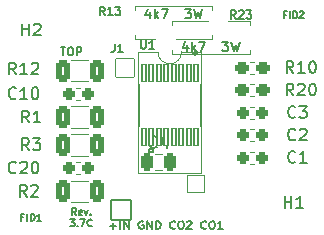
<source format=gbr>
%TF.GenerationSoftware,KiCad,Pcbnew,8.0.2*%
%TF.CreationDate,2024-05-02T20:14:49+02:00*%
%TF.ProjectId,VR-Conditioner-MAX9926+reg,56522d43-6f6e-4646-9974-696f6e65722d,3.7*%
%TF.SameCoordinates,PX68c4118PY713e7a8*%
%TF.FileFunction,Legend,Top*%
%TF.FilePolarity,Positive*%
%FSLAX46Y46*%
G04 Gerber Fmt 4.6, Leading zero omitted, Abs format (unit mm)*
G04 Created by KiCad (PCBNEW 8.0.2) date 2024-05-02 20:14:49*
%MOMM*%
%LPD*%
G01*
G04 APERTURE LIST*
G04 Aperture macros list*
%AMRoundRect*
0 Rectangle with rounded corners*
0 $1 Rounding radius*
0 $2 $3 $4 $5 $6 $7 $8 $9 X,Y pos of 4 corners*
0 Add a 4 corners polygon primitive as box body*
4,1,4,$2,$3,$4,$5,$6,$7,$8,$9,$2,$3,0*
0 Add four circle primitives for the rounded corners*
1,1,$1+$1,$2,$3*
1,1,$1+$1,$4,$5*
1,1,$1+$1,$6,$7*
1,1,$1+$1,$8,$9*
0 Add four rect primitives between the rounded corners*
20,1,$1+$1,$2,$3,$4,$5,0*
20,1,$1+$1,$4,$5,$6,$7,0*
20,1,$1+$1,$6,$7,$8,$9,0*
20,1,$1+$1,$8,$9,$2,$3,0*%
G04 Aperture macros list end*
%ADD10C,0.150000*%
%ADD11C,0.120000*%
%ADD12C,0.152400*%
%ADD13RoundRect,0.244150X0.244150X0.281650X-0.244150X0.281650X-0.244150X-0.281650X0.244150X-0.281650X0*%
%ADD14RoundRect,0.269150X-0.269150X-0.481650X0.269150X-0.481650X0.269150X0.481650X-0.269150X0.481650X0*%
%ADD15RoundRect,0.244150X-0.244150X-0.281650X0.244150X-0.281650X0.244150X0.281650X-0.244150X0.281650X0*%
%ADD16RoundRect,0.272578X-0.340722X-0.653222X0.340722X-0.653222X0.340722X0.653222X-0.340722X0.653222X0*%
%ADD17C,1.000000*%
%ADD18RoundRect,0.050800X-0.800000X-0.800000X0.800000X-0.800000X0.800000X0.800000X-0.800000X0.800000X0*%
%ADD19O,1.701600X1.701600*%
%ADD20RoundRect,0.262900X0.312900X0.262900X-0.312900X0.262900X-0.312900X-0.262900X0.312900X-0.262900X0*%
%ADD21RoundRect,0.050800X-0.177400X0.727449X-0.177400X-0.727449X0.177400X-0.727449X0.177400X0.727449X0*%
%ADD22C,1.701600*%
%ADD23C,2.301600*%
%ADD24RoundRect,0.050800X-0.850000X0.850000X-0.850000X-0.850000X0.850000X-0.850000X0.850000X0.850000X0*%
%ADD25O,1.801600X1.801600*%
%ADD26RoundRect,0.050800X0.750000X-0.750000X0.750000X0.750000X-0.750000X0.750000X-0.750000X-0.750000X0*%
%ADD27C,1.601600*%
G04 APERTURE END LIST*
D10*
X11334999Y21201039D02*
X11334999Y20667705D01*
X11144523Y21505800D02*
X10954046Y20934372D01*
X10954046Y20934372D02*
X11449285Y20934372D01*
X11754047Y20667705D02*
X11754047Y21467705D01*
X11830237Y20972467D02*
X12058809Y20667705D01*
X12058809Y21201039D02*
X11754047Y20896277D01*
X12325475Y21467705D02*
X12858809Y21467705D01*
X12858809Y21467705D02*
X12515951Y20667705D01*
X14306428Y21467705D02*
X14801666Y21467705D01*
X14801666Y21467705D02*
X14535000Y21162943D01*
X14535000Y21162943D02*
X14649285Y21162943D01*
X14649285Y21162943D02*
X14725476Y21124848D01*
X14725476Y21124848D02*
X14763571Y21086753D01*
X14763571Y21086753D02*
X14801666Y21010562D01*
X14801666Y21010562D02*
X14801666Y20820086D01*
X14801666Y20820086D02*
X14763571Y20743896D01*
X14763571Y20743896D02*
X14725476Y20705800D01*
X14725476Y20705800D02*
X14649285Y20667705D01*
X14649285Y20667705D02*
X14420714Y20667705D01*
X14420714Y20667705D02*
X14344523Y20705800D01*
X14344523Y20705800D02*
X14306428Y20743896D01*
X15068333Y21467705D02*
X15258809Y20667705D01*
X15258809Y20667705D02*
X15411190Y21239134D01*
X15411190Y21239134D02*
X15563571Y20667705D01*
X15563571Y20667705D02*
X15754048Y21467705D01*
X14509999Y18421039D02*
X14509999Y17887705D01*
X14319523Y18725800D02*
X14129046Y18154372D01*
X14129046Y18154372D02*
X14624285Y18154372D01*
X14929047Y17887705D02*
X14929047Y18687705D01*
X15005237Y18192467D02*
X15233809Y17887705D01*
X15233809Y18421039D02*
X14929047Y18116277D01*
X15500475Y18687705D02*
X16033809Y18687705D01*
X16033809Y18687705D02*
X15690951Y17887705D01*
X17481428Y18687705D02*
X17976666Y18687705D01*
X17976666Y18687705D02*
X17710000Y18382943D01*
X17710000Y18382943D02*
X17824285Y18382943D01*
X17824285Y18382943D02*
X17900476Y18344848D01*
X17900476Y18344848D02*
X17938571Y18306753D01*
X17938571Y18306753D02*
X17976666Y18230562D01*
X17976666Y18230562D02*
X17976666Y18040086D01*
X17976666Y18040086D02*
X17938571Y17963896D01*
X17938571Y17963896D02*
X17900476Y17925800D01*
X17900476Y17925800D02*
X17824285Y17887705D01*
X17824285Y17887705D02*
X17595714Y17887705D01*
X17595714Y17887705D02*
X17519523Y17925800D01*
X17519523Y17925800D02*
X17481428Y17963896D01*
X18243333Y18687705D02*
X18433809Y17887705D01*
X18433809Y17887705D02*
X18586190Y18459134D01*
X18586190Y18459134D02*
X18738571Y17887705D01*
X18738571Y17887705D02*
X18929048Y18687705D01*
X5072143Y4023212D02*
X4872143Y4308926D01*
X4729286Y4023212D02*
X4729286Y4623212D01*
X4729286Y4623212D02*
X4957857Y4623212D01*
X4957857Y4623212D02*
X5015000Y4594641D01*
X5015000Y4594641D02*
X5043571Y4566069D01*
X5043571Y4566069D02*
X5072143Y4508926D01*
X5072143Y4508926D02*
X5072143Y4423212D01*
X5072143Y4423212D02*
X5043571Y4366069D01*
X5043571Y4366069D02*
X5015000Y4337498D01*
X5015000Y4337498D02*
X4957857Y4308926D01*
X4957857Y4308926D02*
X4729286Y4308926D01*
X5557857Y4051783D02*
X5500714Y4023212D01*
X5500714Y4023212D02*
X5386429Y4023212D01*
X5386429Y4023212D02*
X5329286Y4051783D01*
X5329286Y4051783D02*
X5300714Y4108926D01*
X5300714Y4108926D02*
X5300714Y4337498D01*
X5300714Y4337498D02*
X5329286Y4394641D01*
X5329286Y4394641D02*
X5386429Y4423212D01*
X5386429Y4423212D02*
X5500714Y4423212D01*
X5500714Y4423212D02*
X5557857Y4394641D01*
X5557857Y4394641D02*
X5586429Y4337498D01*
X5586429Y4337498D02*
X5586429Y4280355D01*
X5586429Y4280355D02*
X5300714Y4223212D01*
X5786429Y4423212D02*
X5929286Y4023212D01*
X5929286Y4023212D02*
X6072143Y4423212D01*
X6300715Y4080355D02*
X6329286Y4051783D01*
X6329286Y4051783D02*
X6300715Y4023212D01*
X6300715Y4023212D02*
X6272143Y4051783D01*
X6272143Y4051783D02*
X6300715Y4080355D01*
X6300715Y4080355D02*
X6300715Y4023212D01*
X4586428Y3657246D02*
X4957856Y3657246D01*
X4957856Y3657246D02*
X4757856Y3428675D01*
X4757856Y3428675D02*
X4843571Y3428675D01*
X4843571Y3428675D02*
X4900714Y3400103D01*
X4900714Y3400103D02*
X4929285Y3371532D01*
X4929285Y3371532D02*
X4957856Y3314389D01*
X4957856Y3314389D02*
X4957856Y3171532D01*
X4957856Y3171532D02*
X4929285Y3114389D01*
X4929285Y3114389D02*
X4900714Y3085817D01*
X4900714Y3085817D02*
X4843571Y3057246D01*
X4843571Y3057246D02*
X4672142Y3057246D01*
X4672142Y3057246D02*
X4614999Y3085817D01*
X4614999Y3085817D02*
X4586428Y3114389D01*
X5215000Y3114389D02*
X5243571Y3085817D01*
X5243571Y3085817D02*
X5215000Y3057246D01*
X5215000Y3057246D02*
X5186428Y3085817D01*
X5186428Y3085817D02*
X5215000Y3114389D01*
X5215000Y3114389D02*
X5215000Y3057246D01*
X5443571Y3657246D02*
X5843571Y3657246D01*
X5843571Y3657246D02*
X5586428Y3057246D01*
X6415000Y3114389D02*
X6386428Y3085817D01*
X6386428Y3085817D02*
X6300714Y3057246D01*
X6300714Y3057246D02*
X6243571Y3057246D01*
X6243571Y3057246D02*
X6157857Y3085817D01*
X6157857Y3085817D02*
X6100714Y3142960D01*
X6100714Y3142960D02*
X6072143Y3200103D01*
X6072143Y3200103D02*
X6043571Y3314389D01*
X6043571Y3314389D02*
X6043571Y3400103D01*
X6043571Y3400103D02*
X6072143Y3514389D01*
X6072143Y3514389D02*
X6100714Y3571532D01*
X6100714Y3571532D02*
X6157857Y3628675D01*
X6157857Y3628675D02*
X6243571Y3657246D01*
X6243571Y3657246D02*
X6300714Y3657246D01*
X6300714Y3657246D02*
X6386428Y3628675D01*
X6386428Y3628675D02*
X6415000Y3600103D01*
X3768333Y18233967D02*
X4168333Y18233967D01*
X3968333Y17533967D02*
X3968333Y18233967D01*
X4535000Y18233967D02*
X4668333Y18233967D01*
X4668333Y18233967D02*
X4735000Y18200634D01*
X4735000Y18200634D02*
X4801666Y18133967D01*
X4801666Y18133967D02*
X4835000Y18000634D01*
X4835000Y18000634D02*
X4835000Y17767300D01*
X4835000Y17767300D02*
X4801666Y17633967D01*
X4801666Y17633967D02*
X4735000Y17567300D01*
X4735000Y17567300D02*
X4668333Y17533967D01*
X4668333Y17533967D02*
X4535000Y17533967D01*
X4535000Y17533967D02*
X4468333Y17567300D01*
X4468333Y17567300D02*
X4401666Y17633967D01*
X4401666Y17633967D02*
X4368333Y17767300D01*
X4368333Y17767300D02*
X4368333Y18000634D01*
X4368333Y18000634D02*
X4401666Y18133967D01*
X4401666Y18133967D02*
X4468333Y18200634D01*
X4468333Y18200634D02*
X4535000Y18233967D01*
X5134999Y17533967D02*
X5134999Y18233967D01*
X5134999Y18233967D02*
X5401666Y18233967D01*
X5401666Y18233967D02*
X5468333Y18200634D01*
X5468333Y18200634D02*
X5501666Y18167300D01*
X5501666Y18167300D02*
X5534999Y18100634D01*
X5534999Y18100634D02*
X5534999Y18000634D01*
X5534999Y18000634D02*
X5501666Y17933967D01*
X5501666Y17933967D02*
X5468333Y17900634D01*
X5468333Y17900634D02*
X5401666Y17867300D01*
X5401666Y17867300D02*
X5134999Y17867300D01*
X7933334Y3108800D02*
X8466668Y3108800D01*
X8200001Y2880229D02*
X8200001Y3337372D01*
X8800001Y2880229D02*
X8800001Y3480229D01*
X9133334Y2880229D02*
X9133334Y3480229D01*
X9133334Y3480229D02*
X9533334Y2880229D01*
X9533334Y2880229D02*
X9533334Y3480229D01*
X10766667Y3451658D02*
X10700000Y3480229D01*
X10700000Y3480229D02*
X10600000Y3480229D01*
X10600000Y3480229D02*
X10500000Y3451658D01*
X10500000Y3451658D02*
X10433334Y3394515D01*
X10433334Y3394515D02*
X10400000Y3337372D01*
X10400000Y3337372D02*
X10366667Y3223086D01*
X10366667Y3223086D02*
X10366667Y3137372D01*
X10366667Y3137372D02*
X10400000Y3023086D01*
X10400000Y3023086D02*
X10433334Y2965943D01*
X10433334Y2965943D02*
X10500000Y2908800D01*
X10500000Y2908800D02*
X10600000Y2880229D01*
X10600000Y2880229D02*
X10666667Y2880229D01*
X10666667Y2880229D02*
X10766667Y2908800D01*
X10766667Y2908800D02*
X10800000Y2937372D01*
X10800000Y2937372D02*
X10800000Y3137372D01*
X10800000Y3137372D02*
X10666667Y3137372D01*
X11100000Y2880229D02*
X11100000Y3480229D01*
X11100000Y3480229D02*
X11500000Y2880229D01*
X11500000Y2880229D02*
X11500000Y3480229D01*
X11833333Y2880229D02*
X11833333Y3480229D01*
X11833333Y3480229D02*
X12000000Y3480229D01*
X12000000Y3480229D02*
X12100000Y3451658D01*
X12100000Y3451658D02*
X12166667Y3394515D01*
X12166667Y3394515D02*
X12200000Y3337372D01*
X12200000Y3337372D02*
X12233333Y3223086D01*
X12233333Y3223086D02*
X12233333Y3137372D01*
X12233333Y3137372D02*
X12200000Y3023086D01*
X12200000Y3023086D02*
X12166667Y2965943D01*
X12166667Y2965943D02*
X12100000Y2908800D01*
X12100000Y2908800D02*
X12000000Y2880229D01*
X12000000Y2880229D02*
X11833333Y2880229D01*
X13466666Y2937372D02*
X13433333Y2908800D01*
X13433333Y2908800D02*
X13333333Y2880229D01*
X13333333Y2880229D02*
X13266666Y2880229D01*
X13266666Y2880229D02*
X13166666Y2908800D01*
X13166666Y2908800D02*
X13100000Y2965943D01*
X13100000Y2965943D02*
X13066666Y3023086D01*
X13066666Y3023086D02*
X13033333Y3137372D01*
X13033333Y3137372D02*
X13033333Y3223086D01*
X13033333Y3223086D02*
X13066666Y3337372D01*
X13066666Y3337372D02*
X13100000Y3394515D01*
X13100000Y3394515D02*
X13166666Y3451658D01*
X13166666Y3451658D02*
X13266666Y3480229D01*
X13266666Y3480229D02*
X13333333Y3480229D01*
X13333333Y3480229D02*
X13433333Y3451658D01*
X13433333Y3451658D02*
X13466666Y3423086D01*
X13900000Y3480229D02*
X14033333Y3480229D01*
X14033333Y3480229D02*
X14100000Y3451658D01*
X14100000Y3451658D02*
X14166666Y3394515D01*
X14166666Y3394515D02*
X14200000Y3280229D01*
X14200000Y3280229D02*
X14200000Y3080229D01*
X14200000Y3080229D02*
X14166666Y2965943D01*
X14166666Y2965943D02*
X14100000Y2908800D01*
X14100000Y2908800D02*
X14033333Y2880229D01*
X14033333Y2880229D02*
X13900000Y2880229D01*
X13900000Y2880229D02*
X13833333Y2908800D01*
X13833333Y2908800D02*
X13766666Y2965943D01*
X13766666Y2965943D02*
X13733333Y3080229D01*
X13733333Y3080229D02*
X13733333Y3280229D01*
X13733333Y3280229D02*
X13766666Y3394515D01*
X13766666Y3394515D02*
X13833333Y3451658D01*
X13833333Y3451658D02*
X13900000Y3480229D01*
X14466666Y3423086D02*
X14499999Y3451658D01*
X14499999Y3451658D02*
X14566666Y3480229D01*
X14566666Y3480229D02*
X14733333Y3480229D01*
X14733333Y3480229D02*
X14799999Y3451658D01*
X14799999Y3451658D02*
X14833333Y3423086D01*
X14833333Y3423086D02*
X14866666Y3365943D01*
X14866666Y3365943D02*
X14866666Y3308800D01*
X14866666Y3308800D02*
X14833333Y3223086D01*
X14833333Y3223086D02*
X14433333Y2880229D01*
X14433333Y2880229D02*
X14866666Y2880229D01*
X16099999Y2937372D02*
X16066666Y2908800D01*
X16066666Y2908800D02*
X15966666Y2880229D01*
X15966666Y2880229D02*
X15899999Y2880229D01*
X15899999Y2880229D02*
X15799999Y2908800D01*
X15799999Y2908800D02*
X15733333Y2965943D01*
X15733333Y2965943D02*
X15699999Y3023086D01*
X15699999Y3023086D02*
X15666666Y3137372D01*
X15666666Y3137372D02*
X15666666Y3223086D01*
X15666666Y3223086D02*
X15699999Y3337372D01*
X15699999Y3337372D02*
X15733333Y3394515D01*
X15733333Y3394515D02*
X15799999Y3451658D01*
X15799999Y3451658D02*
X15899999Y3480229D01*
X15899999Y3480229D02*
X15966666Y3480229D01*
X15966666Y3480229D02*
X16066666Y3451658D01*
X16066666Y3451658D02*
X16099999Y3423086D01*
X16533333Y3480229D02*
X16666666Y3480229D01*
X16666666Y3480229D02*
X16733333Y3451658D01*
X16733333Y3451658D02*
X16799999Y3394515D01*
X16799999Y3394515D02*
X16833333Y3280229D01*
X16833333Y3280229D02*
X16833333Y3080229D01*
X16833333Y3080229D02*
X16799999Y2965943D01*
X16799999Y2965943D02*
X16733333Y2908800D01*
X16733333Y2908800D02*
X16666666Y2880229D01*
X16666666Y2880229D02*
X16533333Y2880229D01*
X16533333Y2880229D02*
X16466666Y2908800D01*
X16466666Y2908800D02*
X16399999Y2965943D01*
X16399999Y2965943D02*
X16366666Y3080229D01*
X16366666Y3080229D02*
X16366666Y3280229D01*
X16366666Y3280229D02*
X16399999Y3394515D01*
X16399999Y3394515D02*
X16466666Y3451658D01*
X16466666Y3451658D02*
X16533333Y3480229D01*
X17499999Y2880229D02*
X17099999Y2880229D01*
X17299999Y2880229D02*
X17299999Y3480229D01*
X17299999Y3480229D02*
X17233332Y3394515D01*
X17233332Y3394515D02*
X17166666Y3337372D01*
X17166666Y3337372D02*
X17099999Y3308800D01*
X23645833Y8530420D02*
X23598214Y8482800D01*
X23598214Y8482800D02*
X23455357Y8435181D01*
X23455357Y8435181D02*
X23360119Y8435181D01*
X23360119Y8435181D02*
X23217262Y8482800D01*
X23217262Y8482800D02*
X23122024Y8578039D01*
X23122024Y8578039D02*
X23074405Y8673277D01*
X23074405Y8673277D02*
X23026786Y8863753D01*
X23026786Y8863753D02*
X23026786Y9006610D01*
X23026786Y9006610D02*
X23074405Y9197086D01*
X23074405Y9197086D02*
X23122024Y9292324D01*
X23122024Y9292324D02*
X23217262Y9387562D01*
X23217262Y9387562D02*
X23360119Y9435181D01*
X23360119Y9435181D02*
X23455357Y9435181D01*
X23455357Y9435181D02*
X23598214Y9387562D01*
X23598214Y9387562D02*
X23645833Y9339943D01*
X24598214Y8435181D02*
X24026786Y8435181D01*
X24312500Y8435181D02*
X24312500Y9435181D01*
X24312500Y9435181D02*
X24217262Y9292324D01*
X24217262Y9292324D02*
X24122024Y9197086D01*
X24122024Y9197086D02*
X24026786Y9149467D01*
X23645833Y10435420D02*
X23598214Y10387800D01*
X23598214Y10387800D02*
X23455357Y10340181D01*
X23455357Y10340181D02*
X23360119Y10340181D01*
X23360119Y10340181D02*
X23217262Y10387800D01*
X23217262Y10387800D02*
X23122024Y10483039D01*
X23122024Y10483039D02*
X23074405Y10578277D01*
X23074405Y10578277D02*
X23026786Y10768753D01*
X23026786Y10768753D02*
X23026786Y10911610D01*
X23026786Y10911610D02*
X23074405Y11102086D01*
X23074405Y11102086D02*
X23122024Y11197324D01*
X23122024Y11197324D02*
X23217262Y11292562D01*
X23217262Y11292562D02*
X23360119Y11340181D01*
X23360119Y11340181D02*
X23455357Y11340181D01*
X23455357Y11340181D02*
X23598214Y11292562D01*
X23598214Y11292562D02*
X23645833Y11244943D01*
X24026786Y11244943D02*
X24074405Y11292562D01*
X24074405Y11292562D02*
X24169643Y11340181D01*
X24169643Y11340181D02*
X24407738Y11340181D01*
X24407738Y11340181D02*
X24502976Y11292562D01*
X24502976Y11292562D02*
X24550595Y11244943D01*
X24550595Y11244943D02*
X24598214Y11149705D01*
X24598214Y11149705D02*
X24598214Y11054467D01*
X24598214Y11054467D02*
X24550595Y10911610D01*
X24550595Y10911610D02*
X23979167Y10340181D01*
X23979167Y10340181D02*
X24598214Y10340181D01*
X23645833Y12340420D02*
X23598214Y12292800D01*
X23598214Y12292800D02*
X23455357Y12245181D01*
X23455357Y12245181D02*
X23360119Y12245181D01*
X23360119Y12245181D02*
X23217262Y12292800D01*
X23217262Y12292800D02*
X23122024Y12388039D01*
X23122024Y12388039D02*
X23074405Y12483277D01*
X23074405Y12483277D02*
X23026786Y12673753D01*
X23026786Y12673753D02*
X23026786Y12816610D01*
X23026786Y12816610D02*
X23074405Y13007086D01*
X23074405Y13007086D02*
X23122024Y13102324D01*
X23122024Y13102324D02*
X23217262Y13197562D01*
X23217262Y13197562D02*
X23360119Y13245181D01*
X23360119Y13245181D02*
X23455357Y13245181D01*
X23455357Y13245181D02*
X23598214Y13197562D01*
X23598214Y13197562D02*
X23645833Y13149943D01*
X23979167Y13245181D02*
X24598214Y13245181D01*
X24598214Y13245181D02*
X24264881Y12864229D01*
X24264881Y12864229D02*
X24407738Y12864229D01*
X24407738Y12864229D02*
X24502976Y12816610D01*
X24502976Y12816610D02*
X24550595Y12768991D01*
X24550595Y12768991D02*
X24598214Y12673753D01*
X24598214Y12673753D02*
X24598214Y12435658D01*
X24598214Y12435658D02*
X24550595Y12340420D01*
X24550595Y12340420D02*
X24502976Y12292800D01*
X24502976Y12292800D02*
X24407738Y12245181D01*
X24407738Y12245181D02*
X24122024Y12245181D01*
X24122024Y12245181D02*
X24026786Y12292800D01*
X24026786Y12292800D02*
X23979167Y12340420D01*
X11898333Y9799420D02*
X11850714Y9751800D01*
X11850714Y9751800D02*
X11707857Y9704181D01*
X11707857Y9704181D02*
X11612619Y9704181D01*
X11612619Y9704181D02*
X11469762Y9751800D01*
X11469762Y9751800D02*
X11374524Y9847039D01*
X11374524Y9847039D02*
X11326905Y9942277D01*
X11326905Y9942277D02*
X11279286Y10132753D01*
X11279286Y10132753D02*
X11279286Y10275610D01*
X11279286Y10275610D02*
X11326905Y10466086D01*
X11326905Y10466086D02*
X11374524Y10561324D01*
X11374524Y10561324D02*
X11469762Y10656562D01*
X11469762Y10656562D02*
X11612619Y10704181D01*
X11612619Y10704181D02*
X11707857Y10704181D01*
X11707857Y10704181D02*
X11850714Y10656562D01*
X11850714Y10656562D02*
X11898333Y10608943D01*
X12755476Y10370848D02*
X12755476Y9704181D01*
X12517381Y10751800D02*
X12279286Y10037515D01*
X12279286Y10037515D02*
X12898333Y10037515D01*
X-7858Y13927920D02*
X-55477Y13880300D01*
X-55477Y13880300D02*
X-198334Y13832681D01*
X-198334Y13832681D02*
X-293572Y13832681D01*
X-293572Y13832681D02*
X-436429Y13880300D01*
X-436429Y13880300D02*
X-531667Y13975539D01*
X-531667Y13975539D02*
X-579286Y14070777D01*
X-579286Y14070777D02*
X-626905Y14261253D01*
X-626905Y14261253D02*
X-626905Y14404110D01*
X-626905Y14404110D02*
X-579286Y14594586D01*
X-579286Y14594586D02*
X-531667Y14689824D01*
X-531667Y14689824D02*
X-436429Y14785062D01*
X-436429Y14785062D02*
X-293572Y14832681D01*
X-293572Y14832681D02*
X-198334Y14832681D01*
X-198334Y14832681D02*
X-55477Y14785062D01*
X-55477Y14785062D02*
X-7858Y14737443D01*
X944523Y13832681D02*
X373095Y13832681D01*
X658809Y13832681D02*
X658809Y14832681D01*
X658809Y14832681D02*
X563571Y14689824D01*
X563571Y14689824D02*
X468333Y14594586D01*
X468333Y14594586D02*
X373095Y14546967D01*
X1563571Y14832681D02*
X1658809Y14832681D01*
X1658809Y14832681D02*
X1754047Y14785062D01*
X1754047Y14785062D02*
X1801666Y14737443D01*
X1801666Y14737443D02*
X1849285Y14642205D01*
X1849285Y14642205D02*
X1896904Y14451729D01*
X1896904Y14451729D02*
X1896904Y14213634D01*
X1896904Y14213634D02*
X1849285Y14023158D01*
X1849285Y14023158D02*
X1801666Y13927920D01*
X1801666Y13927920D02*
X1754047Y13880300D01*
X1754047Y13880300D02*
X1658809Y13832681D01*
X1658809Y13832681D02*
X1563571Y13832681D01*
X1563571Y13832681D02*
X1468333Y13880300D01*
X1468333Y13880300D02*
X1420714Y13927920D01*
X1420714Y13927920D02*
X1373095Y14023158D01*
X1373095Y14023158D02*
X1325476Y14213634D01*
X1325476Y14213634D02*
X1325476Y14451729D01*
X1325476Y14451729D02*
X1373095Y14642205D01*
X1373095Y14642205D02*
X1420714Y14737443D01*
X1420714Y14737443D02*
X1468333Y14785062D01*
X1468333Y14785062D02*
X1563571Y14832681D01*
X-7858Y7641420D02*
X-55477Y7593800D01*
X-55477Y7593800D02*
X-198334Y7546181D01*
X-198334Y7546181D02*
X-293572Y7546181D01*
X-293572Y7546181D02*
X-436429Y7593800D01*
X-436429Y7593800D02*
X-531667Y7689039D01*
X-531667Y7689039D02*
X-579286Y7784277D01*
X-579286Y7784277D02*
X-626905Y7974753D01*
X-626905Y7974753D02*
X-626905Y8117610D01*
X-626905Y8117610D02*
X-579286Y8308086D01*
X-579286Y8308086D02*
X-531667Y8403324D01*
X-531667Y8403324D02*
X-436429Y8498562D01*
X-436429Y8498562D02*
X-293572Y8546181D01*
X-293572Y8546181D02*
X-198334Y8546181D01*
X-198334Y8546181D02*
X-55477Y8498562D01*
X-55477Y8498562D02*
X-7858Y8450943D01*
X373095Y8450943D02*
X420714Y8498562D01*
X420714Y8498562D02*
X515952Y8546181D01*
X515952Y8546181D02*
X754047Y8546181D01*
X754047Y8546181D02*
X849285Y8498562D01*
X849285Y8498562D02*
X896904Y8450943D01*
X896904Y8450943D02*
X944523Y8355705D01*
X944523Y8355705D02*
X944523Y8260467D01*
X944523Y8260467D02*
X896904Y8117610D01*
X896904Y8117610D02*
X325476Y7546181D01*
X325476Y7546181D02*
X944523Y7546181D01*
X1563571Y8546181D02*
X1658809Y8546181D01*
X1658809Y8546181D02*
X1754047Y8498562D01*
X1754047Y8498562D02*
X1801666Y8450943D01*
X1801666Y8450943D02*
X1849285Y8355705D01*
X1849285Y8355705D02*
X1896904Y8165229D01*
X1896904Y8165229D02*
X1896904Y7927134D01*
X1896904Y7927134D02*
X1849285Y7736658D01*
X1849285Y7736658D02*
X1801666Y7641420D01*
X1801666Y7641420D02*
X1754047Y7593800D01*
X1754047Y7593800D02*
X1658809Y7546181D01*
X1658809Y7546181D02*
X1563571Y7546181D01*
X1563571Y7546181D02*
X1468333Y7593800D01*
X1468333Y7593800D02*
X1420714Y7641420D01*
X1420714Y7641420D02*
X1373095Y7736658D01*
X1373095Y7736658D02*
X1325476Y7927134D01*
X1325476Y7927134D02*
X1325476Y8165229D01*
X1325476Y8165229D02*
X1373095Y8355705D01*
X1373095Y8355705D02*
X1420714Y8450943D01*
X1420714Y8450943D02*
X1468333Y8498562D01*
X1468333Y8498562D02*
X1563571Y8546181D01*
X1103333Y9514681D02*
X770000Y9990872D01*
X531905Y9514681D02*
X531905Y10514681D01*
X531905Y10514681D02*
X912857Y10514681D01*
X912857Y10514681D02*
X1008095Y10467062D01*
X1008095Y10467062D02*
X1055714Y10419443D01*
X1055714Y10419443D02*
X1103333Y10324205D01*
X1103333Y10324205D02*
X1103333Y10181348D01*
X1103333Y10181348D02*
X1055714Y10086110D01*
X1055714Y10086110D02*
X1008095Y10038491D01*
X1008095Y10038491D02*
X912857Y9990872D01*
X912857Y9990872D02*
X531905Y9990872D01*
X1436667Y10514681D02*
X2055714Y10514681D01*
X2055714Y10514681D02*
X1722381Y10133729D01*
X1722381Y10133729D02*
X1865238Y10133729D01*
X1865238Y10133729D02*
X1960476Y10086110D01*
X1960476Y10086110D02*
X2008095Y10038491D01*
X2008095Y10038491D02*
X2055714Y9943253D01*
X2055714Y9943253D02*
X2055714Y9705158D01*
X2055714Y9705158D02*
X2008095Y9609920D01*
X2008095Y9609920D02*
X1960476Y9562300D01*
X1960476Y9562300D02*
X1865238Y9514681D01*
X1865238Y9514681D02*
X1579524Y9514681D01*
X1579524Y9514681D02*
X1484286Y9562300D01*
X1484286Y9562300D02*
X1436667Y9609920D01*
X912833Y5577681D02*
X579500Y6053872D01*
X341405Y5577681D02*
X341405Y6577681D01*
X341405Y6577681D02*
X722357Y6577681D01*
X722357Y6577681D02*
X817595Y6530062D01*
X817595Y6530062D02*
X865214Y6482443D01*
X865214Y6482443D02*
X912833Y6387205D01*
X912833Y6387205D02*
X912833Y6244348D01*
X912833Y6244348D02*
X865214Y6149110D01*
X865214Y6149110D02*
X817595Y6101491D01*
X817595Y6101491D02*
X722357Y6053872D01*
X722357Y6053872D02*
X341405Y6053872D01*
X1293786Y6482443D02*
X1341405Y6530062D01*
X1341405Y6530062D02*
X1436643Y6577681D01*
X1436643Y6577681D02*
X1674738Y6577681D01*
X1674738Y6577681D02*
X1769976Y6530062D01*
X1769976Y6530062D02*
X1817595Y6482443D01*
X1817595Y6482443D02*
X1865214Y6387205D01*
X1865214Y6387205D02*
X1865214Y6291967D01*
X1865214Y6291967D02*
X1817595Y6149110D01*
X1817595Y6149110D02*
X1246167Y5577681D01*
X1246167Y5577681D02*
X1865214Y5577681D01*
X1103333Y11864181D02*
X770000Y12340372D01*
X531905Y11864181D02*
X531905Y12864181D01*
X531905Y12864181D02*
X912857Y12864181D01*
X912857Y12864181D02*
X1008095Y12816562D01*
X1008095Y12816562D02*
X1055714Y12768943D01*
X1055714Y12768943D02*
X1103333Y12673705D01*
X1103333Y12673705D02*
X1103333Y12530848D01*
X1103333Y12530848D02*
X1055714Y12435610D01*
X1055714Y12435610D02*
X1008095Y12387991D01*
X1008095Y12387991D02*
X912857Y12340372D01*
X912857Y12340372D02*
X531905Y12340372D01*
X2055714Y11864181D02*
X1484286Y11864181D01*
X1770000Y11864181D02*
X1770000Y12864181D01*
X1770000Y12864181D02*
X1674762Y12721324D01*
X1674762Y12721324D02*
X1579524Y12626086D01*
X1579524Y12626086D02*
X1484286Y12578467D01*
X627143Y3854515D02*
X427143Y3854515D01*
X427143Y3540229D02*
X427143Y4140229D01*
X427143Y4140229D02*
X712857Y4140229D01*
X941429Y3540229D02*
X941429Y4140229D01*
X1227143Y3540229D02*
X1227143Y4140229D01*
X1227143Y4140229D02*
X1370000Y4140229D01*
X1370000Y4140229D02*
X1455714Y4111658D01*
X1455714Y4111658D02*
X1512857Y4054515D01*
X1512857Y4054515D02*
X1541428Y3997372D01*
X1541428Y3997372D02*
X1570000Y3883086D01*
X1570000Y3883086D02*
X1570000Y3797372D01*
X1570000Y3797372D02*
X1541428Y3683086D01*
X1541428Y3683086D02*
X1512857Y3625943D01*
X1512857Y3625943D02*
X1455714Y3568800D01*
X1455714Y3568800D02*
X1370000Y3540229D01*
X1370000Y3540229D02*
X1227143Y3540229D01*
X2141428Y3540229D02*
X1798571Y3540229D01*
X1970000Y3540229D02*
X1970000Y4140229D01*
X1970000Y4140229D02*
X1912857Y4054515D01*
X1912857Y4054515D02*
X1855714Y3997372D01*
X1855714Y3997372D02*
X1798571Y3968800D01*
X22852143Y20999515D02*
X22652143Y20999515D01*
X22652143Y20685229D02*
X22652143Y21285229D01*
X22652143Y21285229D02*
X22937857Y21285229D01*
X23166429Y20685229D02*
X23166429Y21285229D01*
X23452143Y20685229D02*
X23452143Y21285229D01*
X23452143Y21285229D02*
X23595000Y21285229D01*
X23595000Y21285229D02*
X23680714Y21256658D01*
X23680714Y21256658D02*
X23737857Y21199515D01*
X23737857Y21199515D02*
X23766428Y21142372D01*
X23766428Y21142372D02*
X23795000Y21028086D01*
X23795000Y21028086D02*
X23795000Y20942372D01*
X23795000Y20942372D02*
X23766428Y20828086D01*
X23766428Y20828086D02*
X23737857Y20770943D01*
X23737857Y20770943D02*
X23680714Y20713800D01*
X23680714Y20713800D02*
X23595000Y20685229D01*
X23595000Y20685229D02*
X23452143Y20685229D01*
X24023571Y21228086D02*
X24052143Y21256658D01*
X24052143Y21256658D02*
X24109286Y21285229D01*
X24109286Y21285229D02*
X24252143Y21285229D01*
X24252143Y21285229D02*
X24309286Y21256658D01*
X24309286Y21256658D02*
X24337857Y21228086D01*
X24337857Y21228086D02*
X24366428Y21170943D01*
X24366428Y21170943D02*
X24366428Y21113800D01*
X24366428Y21113800D02*
X24337857Y21028086D01*
X24337857Y21028086D02*
X23995000Y20685229D01*
X23995000Y20685229D02*
X24366428Y20685229D01*
X8339166Y18533967D02*
X8339166Y18033967D01*
X8339166Y18033967D02*
X8305833Y17933967D01*
X8305833Y17933967D02*
X8239166Y17867300D01*
X8239166Y17867300D02*
X8139166Y17833967D01*
X8139166Y17833967D02*
X8072500Y17833967D01*
X9039166Y17833967D02*
X8639166Y17833967D01*
X8839166Y17833967D02*
X8839166Y18533967D01*
X8839166Y18533967D02*
X8772499Y18433967D01*
X8772499Y18433967D02*
X8705833Y18367300D01*
X8705833Y18367300D02*
X8639166Y18333967D01*
X23487142Y16055181D02*
X23153809Y16531372D01*
X22915714Y16055181D02*
X22915714Y17055181D01*
X22915714Y17055181D02*
X23296666Y17055181D01*
X23296666Y17055181D02*
X23391904Y17007562D01*
X23391904Y17007562D02*
X23439523Y16959943D01*
X23439523Y16959943D02*
X23487142Y16864705D01*
X23487142Y16864705D02*
X23487142Y16721848D01*
X23487142Y16721848D02*
X23439523Y16626610D01*
X23439523Y16626610D02*
X23391904Y16578991D01*
X23391904Y16578991D02*
X23296666Y16531372D01*
X23296666Y16531372D02*
X22915714Y16531372D01*
X24439523Y16055181D02*
X23868095Y16055181D01*
X24153809Y16055181D02*
X24153809Y17055181D01*
X24153809Y17055181D02*
X24058571Y16912324D01*
X24058571Y16912324D02*
X23963333Y16817086D01*
X23963333Y16817086D02*
X23868095Y16769467D01*
X25058571Y17055181D02*
X25153809Y17055181D01*
X25153809Y17055181D02*
X25249047Y17007562D01*
X25249047Y17007562D02*
X25296666Y16959943D01*
X25296666Y16959943D02*
X25344285Y16864705D01*
X25344285Y16864705D02*
X25391904Y16674229D01*
X25391904Y16674229D02*
X25391904Y16436134D01*
X25391904Y16436134D02*
X25344285Y16245658D01*
X25344285Y16245658D02*
X25296666Y16150420D01*
X25296666Y16150420D02*
X25249047Y16102800D01*
X25249047Y16102800D02*
X25153809Y16055181D01*
X25153809Y16055181D02*
X25058571Y16055181D01*
X25058571Y16055181D02*
X24963333Y16102800D01*
X24963333Y16102800D02*
X24915714Y16150420D01*
X24915714Y16150420D02*
X24868095Y16245658D01*
X24868095Y16245658D02*
X24820476Y16436134D01*
X24820476Y16436134D02*
X24820476Y16674229D01*
X24820476Y16674229D02*
X24868095Y16864705D01*
X24868095Y16864705D02*
X24915714Y16959943D01*
X24915714Y16959943D02*
X24963333Y17007562D01*
X24963333Y17007562D02*
X25058571Y17055181D01*
X23487142Y14150181D02*
X23153809Y14626372D01*
X22915714Y14150181D02*
X22915714Y15150181D01*
X22915714Y15150181D02*
X23296666Y15150181D01*
X23296666Y15150181D02*
X23391904Y15102562D01*
X23391904Y15102562D02*
X23439523Y15054943D01*
X23439523Y15054943D02*
X23487142Y14959705D01*
X23487142Y14959705D02*
X23487142Y14816848D01*
X23487142Y14816848D02*
X23439523Y14721610D01*
X23439523Y14721610D02*
X23391904Y14673991D01*
X23391904Y14673991D02*
X23296666Y14626372D01*
X23296666Y14626372D02*
X22915714Y14626372D01*
X23868095Y15054943D02*
X23915714Y15102562D01*
X23915714Y15102562D02*
X24010952Y15150181D01*
X24010952Y15150181D02*
X24249047Y15150181D01*
X24249047Y15150181D02*
X24344285Y15102562D01*
X24344285Y15102562D02*
X24391904Y15054943D01*
X24391904Y15054943D02*
X24439523Y14959705D01*
X24439523Y14959705D02*
X24439523Y14864467D01*
X24439523Y14864467D02*
X24391904Y14721610D01*
X24391904Y14721610D02*
X23820476Y14150181D01*
X23820476Y14150181D02*
X24439523Y14150181D01*
X25058571Y15150181D02*
X25153809Y15150181D01*
X25153809Y15150181D02*
X25249047Y15102562D01*
X25249047Y15102562D02*
X25296666Y15054943D01*
X25296666Y15054943D02*
X25344285Y14959705D01*
X25344285Y14959705D02*
X25391904Y14769229D01*
X25391904Y14769229D02*
X25391904Y14531134D01*
X25391904Y14531134D02*
X25344285Y14340658D01*
X25344285Y14340658D02*
X25296666Y14245420D01*
X25296666Y14245420D02*
X25249047Y14197800D01*
X25249047Y14197800D02*
X25153809Y14150181D01*
X25153809Y14150181D02*
X25058571Y14150181D01*
X25058571Y14150181D02*
X24963333Y14197800D01*
X24963333Y14197800D02*
X24915714Y14245420D01*
X24915714Y14245420D02*
X24868095Y14340658D01*
X24868095Y14340658D02*
X24820476Y14531134D01*
X24820476Y14531134D02*
X24820476Y14769229D01*
X24820476Y14769229D02*
X24868095Y14959705D01*
X24868095Y14959705D02*
X24915714Y15054943D01*
X24915714Y15054943D02*
X24963333Y15102562D01*
X24963333Y15102562D02*
X25058571Y15150181D01*
X10579166Y18798967D02*
X10579166Y18232300D01*
X10579166Y18232300D02*
X10612500Y18165634D01*
X10612500Y18165634D02*
X10645833Y18132300D01*
X10645833Y18132300D02*
X10712500Y18098967D01*
X10712500Y18098967D02*
X10845833Y18098967D01*
X10845833Y18098967D02*
X10912500Y18132300D01*
X10912500Y18132300D02*
X10945833Y18165634D01*
X10945833Y18165634D02*
X10979166Y18232300D01*
X10979166Y18232300D02*
X10979166Y18798967D01*
X11679166Y18098967D02*
X11279166Y18098967D01*
X11479166Y18098967D02*
X11479166Y18798967D01*
X11479166Y18798967D02*
X11412499Y18698967D01*
X11412499Y18698967D02*
X11345833Y18632300D01*
X11345833Y18632300D02*
X11279166Y18598967D01*
X15012319Y17780001D02*
X15250414Y17780001D01*
X15155176Y17541906D02*
X15250414Y17780001D01*
X15250414Y17780001D02*
X15155176Y18018096D01*
X15440890Y17637144D02*
X15250414Y17780001D01*
X15250414Y17780001D02*
X15440890Y17922858D01*
X15012319Y17780001D02*
X15250414Y17780001D01*
X15155176Y17541906D02*
X15250414Y17780001D01*
X15250414Y17780001D02*
X15155176Y18018096D01*
X15440890Y17637144D02*
X15250414Y17780001D01*
X15250414Y17780001D02*
X15440890Y17922858D01*
X7507281Y20954436D02*
X7273948Y21287769D01*
X7107281Y20954436D02*
X7107281Y21654436D01*
X7107281Y21654436D02*
X7373948Y21654436D01*
X7373948Y21654436D02*
X7440615Y21621103D01*
X7440615Y21621103D02*
X7473948Y21587769D01*
X7473948Y21587769D02*
X7507281Y21521103D01*
X7507281Y21521103D02*
X7507281Y21421103D01*
X7507281Y21421103D02*
X7473948Y21354436D01*
X7473948Y21354436D02*
X7440615Y21321103D01*
X7440615Y21321103D02*
X7373948Y21287769D01*
X7373948Y21287769D02*
X7107281Y21287769D01*
X8173948Y20954436D02*
X7773948Y20954436D01*
X7973948Y20954436D02*
X7973948Y21654436D01*
X7973948Y21654436D02*
X7907281Y21554436D01*
X7907281Y21554436D02*
X7840615Y21487769D01*
X7840615Y21487769D02*
X7773948Y21454436D01*
X8407282Y21654436D02*
X8840615Y21654436D01*
X8840615Y21654436D02*
X8607282Y21387769D01*
X8607282Y21387769D02*
X8707282Y21387769D01*
X8707282Y21387769D02*
X8773948Y21354436D01*
X8773948Y21354436D02*
X8807282Y21321103D01*
X8807282Y21321103D02*
X8840615Y21254436D01*
X8840615Y21254436D02*
X8840615Y21087769D01*
X8840615Y21087769D02*
X8807282Y21021103D01*
X8807282Y21021103D02*
X8773948Y20987769D01*
X8773948Y20987769D02*
X8707282Y20954436D01*
X8707282Y20954436D02*
X8507282Y20954436D01*
X8507282Y20954436D02*
X8440615Y20987769D01*
X8440615Y20987769D02*
X8407282Y21021103D01*
X18599999Y20638967D02*
X18366666Y20972300D01*
X18199999Y20638967D02*
X18199999Y21338967D01*
X18199999Y21338967D02*
X18466666Y21338967D01*
X18466666Y21338967D02*
X18533333Y21305634D01*
X18533333Y21305634D02*
X18566666Y21272300D01*
X18566666Y21272300D02*
X18599999Y21205634D01*
X18599999Y21205634D02*
X18599999Y21105634D01*
X18599999Y21105634D02*
X18566666Y21038967D01*
X18566666Y21038967D02*
X18533333Y21005634D01*
X18533333Y21005634D02*
X18466666Y20972300D01*
X18466666Y20972300D02*
X18199999Y20972300D01*
X18866666Y21272300D02*
X18899999Y21305634D01*
X18899999Y21305634D02*
X18966666Y21338967D01*
X18966666Y21338967D02*
X19133333Y21338967D01*
X19133333Y21338967D02*
X19199999Y21305634D01*
X19199999Y21305634D02*
X19233333Y21272300D01*
X19233333Y21272300D02*
X19266666Y21205634D01*
X19266666Y21205634D02*
X19266666Y21138967D01*
X19266666Y21138967D02*
X19233333Y21038967D01*
X19233333Y21038967D02*
X18833333Y20638967D01*
X18833333Y20638967D02*
X19266666Y20638967D01*
X19500000Y21338967D02*
X19933333Y21338967D01*
X19933333Y21338967D02*
X19700000Y21072300D01*
X19700000Y21072300D02*
X19800000Y21072300D01*
X19800000Y21072300D02*
X19866666Y21038967D01*
X19866666Y21038967D02*
X19900000Y21005634D01*
X19900000Y21005634D02*
X19933333Y20938967D01*
X19933333Y20938967D02*
X19933333Y20772300D01*
X19933333Y20772300D02*
X19900000Y20705634D01*
X19900000Y20705634D02*
X19866666Y20672300D01*
X19866666Y20672300D02*
X19800000Y20638967D01*
X19800000Y20638967D02*
X19600000Y20638967D01*
X19600000Y20638967D02*
X19533333Y20672300D01*
X19533333Y20672300D02*
X19500000Y20705634D01*
X22733095Y4625181D02*
X22733095Y5625181D01*
X22733095Y5148991D02*
X23304523Y5148991D01*
X23304523Y4625181D02*
X23304523Y5625181D01*
X24304523Y4625181D02*
X23733095Y4625181D01*
X24018809Y4625181D02*
X24018809Y5625181D01*
X24018809Y5625181D02*
X23923571Y5482324D01*
X23923571Y5482324D02*
X23828333Y5387086D01*
X23828333Y5387086D02*
X23733095Y5339467D01*
X508095Y19230181D02*
X508095Y20230181D01*
X508095Y19753991D02*
X1079523Y19753991D01*
X1079523Y19230181D02*
X1079523Y20230181D01*
X1508095Y20134943D02*
X1555714Y20182562D01*
X1555714Y20182562D02*
X1650952Y20230181D01*
X1650952Y20230181D02*
X1889047Y20230181D01*
X1889047Y20230181D02*
X1984285Y20182562D01*
X1984285Y20182562D02*
X2031904Y20134943D01*
X2031904Y20134943D02*
X2079523Y20039705D01*
X2079523Y20039705D02*
X2079523Y19944467D01*
X2079523Y19944467D02*
X2031904Y19801610D01*
X2031904Y19801610D02*
X1460476Y19230181D01*
X1460476Y19230181D02*
X2079523Y19230181D01*
X-7858Y15928181D02*
X-341191Y16404372D01*
X-579286Y15928181D02*
X-579286Y16928181D01*
X-579286Y16928181D02*
X-198334Y16928181D01*
X-198334Y16928181D02*
X-103096Y16880562D01*
X-103096Y16880562D02*
X-55477Y16832943D01*
X-55477Y16832943D02*
X-7858Y16737705D01*
X-7858Y16737705D02*
X-7858Y16594848D01*
X-7858Y16594848D02*
X-55477Y16499610D01*
X-55477Y16499610D02*
X-103096Y16451991D01*
X-103096Y16451991D02*
X-198334Y16404372D01*
X-198334Y16404372D02*
X-579286Y16404372D01*
X944523Y15928181D02*
X373095Y15928181D01*
X658809Y15928181D02*
X658809Y16928181D01*
X658809Y16928181D02*
X563571Y16785324D01*
X563571Y16785324D02*
X468333Y16690086D01*
X468333Y16690086D02*
X373095Y16642467D01*
X1325476Y16832943D02*
X1373095Y16880562D01*
X1373095Y16880562D02*
X1468333Y16928181D01*
X1468333Y16928181D02*
X1706428Y16928181D01*
X1706428Y16928181D02*
X1801666Y16880562D01*
X1801666Y16880562D02*
X1849285Y16832943D01*
X1849285Y16832943D02*
X1896904Y16737705D01*
X1896904Y16737705D02*
X1896904Y16642467D01*
X1896904Y16642467D02*
X1849285Y16499610D01*
X1849285Y16499610D02*
X1277857Y15928181D01*
X1277857Y15928181D02*
X1896904Y15928181D01*
D11*
%TO.C,C1*%
X20165279Y9400000D02*
X19839721Y9400000D01*
X20165279Y8380000D02*
X19839721Y8380000D01*
%TO.C,C2*%
X20165279Y11305000D02*
X19839721Y11305000D01*
X20165279Y10285000D02*
X19839721Y10285000D01*
%TO.C,C3*%
X20165279Y13210000D02*
X19839721Y13210000D01*
X20165279Y12190000D02*
X19839721Y12190000D01*
%TO.C,C4*%
X11806422Y9219000D02*
X12323578Y9219000D01*
X11806422Y7799000D02*
X12323578Y7799000D01*
%TO.C,C10*%
X5107721Y14797500D02*
X5433279Y14797500D01*
X5107721Y13777500D02*
X5433279Y13777500D01*
%TO.C,C20*%
X5433279Y8511000D02*
X5107721Y8511000D01*
X5433279Y7491000D02*
X5107721Y7491000D01*
%TO.C,R3*%
X4670436Y10879500D02*
X6124564Y10879500D01*
X4670436Y9059500D02*
X6124564Y9059500D01*
%TO.C,R2*%
X4670436Y6942500D02*
X6124564Y6942500D01*
X4670436Y5122500D02*
X6124564Y5122500D01*
%TO.C,R1*%
X4670436Y13229000D02*
X6124564Y13229000D01*
X4670436Y11409000D02*
X6124564Y11409000D01*
%TO.C,J1*%
X10367500Y17840000D02*
X10367500Y7560000D01*
X10367500Y7560000D02*
X15667500Y7560000D01*
X12017500Y17840000D02*
X10367500Y17840000D01*
X15667500Y17840000D02*
X14017500Y17840000D01*
X15667500Y7560000D02*
X15667500Y17840000D01*
X14017500Y17840000D02*
G75*
G02*
X12017500Y17840000I-1000000J0D01*
G01*
%TO.C,R10*%
X20173767Y17020000D02*
X19831233Y17020000D01*
X20173767Y16000000D02*
X19831233Y16000000D01*
%TO.C,R20*%
X20173767Y15115000D02*
X19831233Y15115000D01*
X20173767Y14095000D02*
X19831233Y14095000D01*
D12*
%TO.C,U1*%
X10401300Y15076055D02*
X10401300Y11593945D01*
X11239500Y9632201D02*
X11620500Y9632201D01*
X11239500Y9378201D02*
X11239500Y9632201D01*
X11620500Y9632201D02*
X11620500Y9378201D01*
X11620500Y9378201D02*
X11239500Y9378201D01*
X15633700Y11593945D02*
X15633700Y15076055D01*
D11*
%TO.C,R13*%
X10065000Y21690000D02*
X16605000Y21690000D01*
X10065000Y21360000D02*
X10065000Y21690000D01*
X10065000Y19280000D02*
X10065000Y18950000D01*
X10065000Y18950000D02*
X16605000Y18950000D01*
X16605000Y21690000D02*
X16605000Y21360000D01*
X16605000Y18950000D02*
X16605000Y19280000D01*
%TO.C,R23*%
X13240000Y20420000D02*
X19780000Y20420000D01*
X13240000Y20090000D02*
X13240000Y20420000D01*
X13240000Y18010000D02*
X13240000Y17680000D01*
X13240000Y17680000D02*
X19780000Y17680000D01*
X19780000Y20420000D02*
X19780000Y20090000D01*
X19780000Y17680000D02*
X19780000Y18010000D01*
%TO.C,R12*%
X4670436Y17166000D02*
X6124564Y17166000D01*
X4670436Y15346000D02*
X6124564Y15346000D01*
%TD*%
%LPC*%
D13*
%TO.C,C1*%
X20790000Y8890000D03*
X19215000Y8890000D03*
%TD*%
%TO.C,C2*%
X20790000Y10795000D03*
X19215000Y10795000D03*
%TD*%
%TO.C,C3*%
X20790000Y12700000D03*
X19215000Y12700000D03*
%TD*%
D14*
%TO.C,C4*%
X11127500Y8509000D03*
X13002500Y8509000D03*
%TD*%
D15*
%TO.C,C10*%
X4483000Y14287500D03*
X6058000Y14287500D03*
%TD*%
D13*
%TO.C,C20*%
X6058000Y8001000D03*
X4483000Y8001000D03*
%TD*%
D16*
%TO.C,R3*%
X3935000Y9969500D03*
X6860000Y9969500D03*
%TD*%
%TO.C,R2*%
X3935000Y6032500D03*
X6860000Y6032500D03*
%TD*%
%TO.C,R1*%
X3935000Y12319000D03*
X6860000Y12319000D03*
%TD*%
D17*
%TO.C,FID1*%
X3810000Y3810000D03*
%TD*%
%TO.C,FID2*%
X20955000Y20955000D03*
%TD*%
D18*
%TO.C,J1*%
X9207500Y16510000D03*
D19*
X9207500Y13970000D03*
X9207500Y11430000D03*
X9207500Y8890000D03*
X16827500Y8890000D03*
X16827500Y11430000D03*
X16827500Y13970000D03*
X16827500Y16510000D03*
%TD*%
D20*
%TO.C,R10*%
X20877500Y16510000D03*
X19127500Y16510000D03*
%TD*%
%TO.C,R20*%
X20877500Y14605000D03*
X19127500Y14605000D03*
%TD*%
D21*
%TO.C,U1*%
X15240000Y16056348D03*
X14605000Y16056348D03*
X13970000Y16056348D03*
X13335000Y16056348D03*
X12700000Y16056348D03*
X12065000Y16056348D03*
X11430000Y16056348D03*
X10795000Y16056348D03*
X10795000Y10613652D03*
X11430000Y10613652D03*
X12065000Y10613652D03*
X12700000Y10613652D03*
X13335000Y10613652D03*
X13970000Y10613652D03*
X14605000Y10613652D03*
X15240000Y10613652D03*
%TD*%
D22*
%TO.C,R13*%
X9525000Y20320000D03*
D19*
X17145000Y20320000D03*
%TD*%
D22*
%TO.C,R23*%
X12700000Y19050000D03*
D19*
X20320000Y19050000D03*
%TD*%
D23*
%TO.C,H1*%
X19685000Y5080000D03*
%TD*%
%TO.C,H2*%
X5080000Y19685000D03*
%TD*%
D16*
%TO.C,R12*%
X3935000Y16256000D03*
X6860000Y16256000D03*
%TD*%
D24*
%TO.C,J2*%
X8890000Y4445000D03*
D25*
X11430000Y4445000D03*
X13970000Y4445000D03*
X16510000Y4445000D03*
%TD*%
D26*
%TO.C,U2*%
X15240000Y6650000D03*
D27*
X12700000Y6650000D03*
X10160000Y6650000D03*
%TD*%
%LPD*%
M02*

</source>
